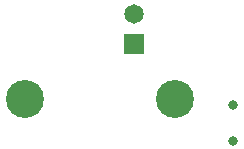
<source format=gbs>
G04 #@! TF.FileFunction,Soldermask,Bot*
%FSLAX46Y46*%
G04 Gerber Fmt 4.6, Leading zero omitted, Abs format (unit mm)*
G04 Created by KiCad (PCBNEW 4.0.6) date 07/28/17 12:06:40*
%MOMM*%
%LPD*%
G01*
G04 APERTURE LIST*
%ADD10C,0.100000*%
%ADD11C,3.216000*%
%ADD12R,1.651000X1.651000*%
%ADD13C,1.651000*%
%ADD14C,0.800000*%
G04 APERTURE END LIST*
D10*
D11*
X141986000Y-105156000D03*
X154686000Y-105156000D03*
D12*
X151257000Y-100457000D03*
D13*
X151257000Y-97917000D03*
D14*
X159639000Y-105664000D03*
X159639000Y-108688000D03*
M02*

</source>
